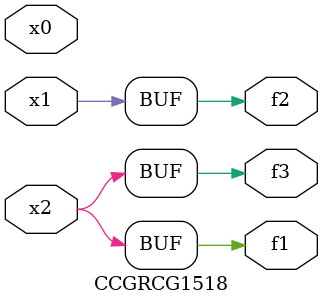
<source format=v>
module CCGRCG1518(
	input x0, x1, x2,
	output f1, f2, f3
);
	assign f1 = x2;
	assign f2 = x1;
	assign f3 = x2;
endmodule

</source>
